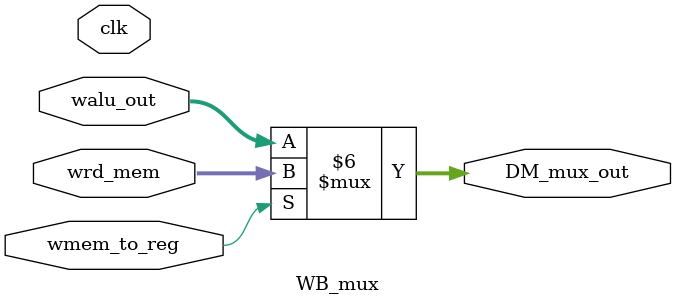
<source format=v>
`timescale 1ns / 1ps
module PC(clk, rst, update, pc);
    input clk;
    input rst;
    input update;
    output reg[31:0] pc;
    
    parameter increment = 32'd4;
    initial begin
        pc = 32'd0;
    end
    always @(posedge clk or posedge rst) begin
        if (rst)begin
            pc <= 0;
        end
        else begin
            pc <= pc + increment; 
        end    
    end
endmodule
/////////////////////////////////////////////////////////////////////////////////Instruction Memory///////////////////////////////////////////////////////////////////////////////
module IM(clk,pc,instr);
	
	input clk;
	input[31:0] pc;
	output reg[31:0] instr;
	
	reg [31:0] memory [0:255];
	
	integer addr;
	
	initial
		begin
		    //                  op      rs    rt       imm               op   rt      sh  rd
			//memory[100] = 32'b100011_00001_00010_0000000000000000;   //lw   $v0,    00($at)   100011_00001_00010_0000000000000000
			//memory[104] = 32'b100011_00001_00010_0000000000000100;   //lw   $v0,    04($at)   100011_00001_00010_0000000000000100
			memory[100] = 32'b100011_00001_00010_0000000000000000;//lw   $2,     00($1)     100011_00001_00010_0000000000000000    # $2 ??memory[$1+00]; load x[0]
 			memory[104] = 32'b100011_00001_00011_0000000000000100;//lw   $3,     04($1)     100011_00001_00011_0000000000000100    # $3 ??memory[$1+04]; load x[1]
 			memory[108] = 32'b100011_00001_00100_0000000000001000;//lw   $4,     08($1)     100011_00001_00100_0000000000000100     # $4??memory[$1+08]; load x[2]
 			memory[112] = 32'b100011_00001_00101_0000000000001100;//lw   $5,     12($1)# $5??memory[$1+12]; load x[3]
 			
 			//                  add     $2    $10    $6         
			memory[116] = 32'b000000_00010_01010_00110_00000_100000;//add  $6,     $2,     $10     
			
			//test codes:
			//memory[108] = 32'b100011_00001_00010_1000000000000100;   //lw $v0, 04($at)   100011_00001_00010_0000000000000100
			//memory[112] = 32'b100011_00011_01010_1100000100000100;   //lw $v0, 04($at)   100011_00001_00010_0000000000000100
			//                  op      rs     rt     rd   shamt   func
 			//memory[116] = 32'b000000_01001_00010_01000_00000_100000;   //add $t0, $t0, $t1   000000_01001_01010_01000_00000_100000

		end
  
	always@(*) begin
		addr = pc;
		instr = memory[addr];
	end
endmodule

/////////////////////////////////////////////////////////////////////////////////IF_ID///////////////////////////////////////////////////////////////////////////////

//IF_ID using registers
//consum one extra clock cycle
module IF_ID(input clk, 
    input [31:0] instr,
    output reg [5:0] op,
    output reg [4:0] rs,
    output reg [4:0] rt,
    output reg [4:0] rd,
    output reg [4:0] sa, 
    output reg [5:0] func,  
    output reg [15:0] imm
    );
    always @(posedge clk)begin
         op <= instr[31:26];
         rs <= instr[25:21];
         rt <= instr[20:16];
         rd <= instr[15:11];
         sa <= instr[10:6];
         func <= instr[5:0];
         imm <= instr [15:0];
   end
endmodule


//IF_ID using wire
/*
module IF_ID(input clk, 
    input [31:0] instr,
    output [5:0] op,
    output [4:0] rs,
    output [4:0] rt,
    output [4:0] rd,
    output [4:0] sa, 
    output [5:0] func,  
    output [15:0] imm
    );
        assign op = instr[31:26];
        assign rs = instr[25:21];
        assign rt = instr[20:16];
        assign rd = instr[15:11];
        assign sa = instr[10:6];
        assign func = instr[5:0];
        assign imm = instr [15:0];

endmodule
*/
/////////////////////////////////////////////////////////////////////////////////Control Unit//////////////////////////////////////////////////////////////////////////////
module CU(clk,op, func, wrt_reg, mem_to_reg, wrt_mem, alu_src, alu_imm, reg_d_t, alu_op, alu_ctrl);    //control unit
    input clk;
    input [5:0]op;
    input [5:0]func;
    
    output reg wrt_reg, mem_to_reg, wrt_mem, alu_src, alu_imm, reg_d_t;
    output reg [1:0] alu_op;
    output reg [3:0] alu_ctrl;
    
    //identify the instruction types:
    assign rtype= (op == 6'b000000)?1:0;    //rtype = 1 if op = 000000  
    assign lw   = (op == 6'b100011)?1:0;    //lw    = 1 if op = 100011
    assign sw   = (op == 6'b101011)?1:0;    //sw    = 1 if op = 101011
    assign beq  = (op == 6'b000100)?1:0;    //beq   = 1 if op = 000100
    assign j    = (op == 6'b000010)?1:0;    //j     = 1 if op = 000010
    
    assign addi = (op == 6'b001000)?1:0;    //addi  = 1 if op = 001000
    assign andi = (op == 6'b001100)?1:0;    //andi  = 1 if op = 001100
    assign ori  = (op == 6'b001101)?1:0;    //ori   = 1 if op = 001101
    assign xori = (op == 6'b001110)?1:0;    //xori  = 1 if op = 001110

    //associate the read and write with control outputs:
    assign alu_imm_w = addi | andi | ori | xori;       //imm if i 
    assign reg_d_t_w = rtype;
    assign wrt_reg_w = rtype|lw;
    assign mem_to_reg_w = lw;
    assign wrt_mem_w = sw;
    assign alu_src_w = sw|lw;
    
    assign add = (func == 6'b100000)?1:0;
    assign sub = (func == 6'b100010)?1:0;
    
    assign alu_add = add | lw |sw;
    assign alu_sub = sub | beq;
    assign alu_and = (func == 6'b100100)?1:0;
    assign alu_or  = (func == 6'b100101)?1:0;
    assign alu_slt = (func == 6'b101010)?1:0;    
    
    always@(*)begin
        
        if(alu_add == 1)begin
            alu_ctrl = 4'b0010;
        end 
        else if(alu_sub == 1)begin
            alu_ctrl = 4'b0110;
        end 
        else if(alu_and == 1)begin
            alu_ctrl = 4'b0000;
        end 
        else if(alu_or == 1)begin
            alu_ctrl = 4'b0001;
        end 
        else if(alu_slt == 1)begin
            alu_ctrl = 4'b0111;
        end
        else begin
            alu_ctrl = 4'bXXXX;
        end
        
        
         
        wrt_reg <= wrt_reg_w;
        mem_to_reg <= mem_to_reg_w;
        wrt_mem <= wrt_mem_w;
        alu_src <= alu_src_w;
        alu_imm <= alu_imm_w;
        reg_d_t <= reg_d_t_w;
        alu_op = {rtype,beq};
        
    end
endmodule    
/////////////////////////////////////////////////////////////////////////////////Write Registeter MUX///////////////////////////////////////////////////////////////////////////////
module wrt_reg_mux(clk, rst, reg_d_t, reg_dst, reg_trgt, wrt_reg_mx);
input clk, rst;
input reg_d_t;
input [4:0]reg_dst; 
input [4:0]reg_trgt;
output reg [4:0] wrt_reg_mx;


always@(*)begin
    if(rst == 0)begin        
        if(reg_d_t == 1)begin
            wrt_reg_mx <= reg_dst;
        end
        else begin
            wrt_reg_mx <= reg_trgt;
        end
    end
    else begin
        wrt_reg_mx <= 5'b00000; 
    end
    
end
endmodule
/////////////////////////////////////////////////////////////////////////////////Register Memory//////////////////////////////////////////////////////////////////////////////
module RM(clk, rst, updt, wrt_reg, addr_a, addr_b, rd_a, rd_b, wrt_addr, wrt_data);
    input clk;
    input rst;
    input updt;
    input wrt_reg;
    
    input [4:0]addr_a;
    input [4:0]addr_b;
    
    input [4:0]wrt_addr;
    input [31:0]wrt_data;
    
    output reg [31:0]rd_a;
    output reg [31:0]rd_b;
    
    reg [31:0]r[1:31]; 
    integer i;
  
    initial begin
        for(i = 0; i < 32; i=i+1)
                    r[i] <= 0;
    end
    
    always @(*)begin
        
        if(rst == 1)begin
            for(i = 0; i < 32; i=i+1)
                    r[i] <= 0;
        end
        
        else if(rst == 0) begin
            if(updt == 1)begin
                if((wrt_reg == 1))begin
                    r[wrt_addr] <= wrt_data;
                end 

                    rd_a <= r[addr_a];
                    rd_b <= r[addr_b];

            end
        end
    end
endmodule

/////////////////////////////////////////////////////////////////////////////////Sign Extend///////////////////////////////////////////////////////////////////////////////
module SE(clk, imm, ex_imm);
input clk;
input [15:0]imm;
output reg [31:0]ex_imm;

always @(*)begin
    ex_imm[15:0] <= imm;
    if(imm[15] == 1)begin
        ex_imm[31:16] <= 16'b1111_1111_1111_1111;
    end
    else if(imm[15] == 0) begin
        ex_imm[31:16] <= 16'b0000_0000_0000_0000;
    end
    
    else  ex_imm[31:16] <= 16'bx;
end
endmodule

/////////////////////////////////////////////////////////////////////////////////ID EX///////////////////////////////////////////////////////////////////////////////
module ID_EX(
    //input 
    clk, rst, 
    wrt_reg, mem_to_reg, wrt_mem, alu_src, alu_imm, reg_d_t, alu_op, alu_ctrl,
    rd_a, rd_b,
    wrt_reg_mx,
    ex_imm,
    
    
    //output
    
    ewrt_reg,
    emem_to_reg, ewrt_mem, ealu_src, ealu_imm, ereg_d_t, ealu_op, ealu_ctrl,
    erd_a, erd_b,
    ewrt_reg_mx,
    eex_imm
    );
    input clk, rst;
   
    
    //input from control unit
    input wrt_reg, mem_to_reg, wrt_mem, alu_src, alu_imm, reg_d_t; 
    input[1:0]alu_op; 
    input [3:0] alu_ctrl;
    
    //input from regester memory
    input [31:0]rd_a, rd_b;
    
    //input from write register mux
    input [4:0]wrt_reg_mx;
    
    //input from sign extend
    input [31:0]ex_imm;
    
    
    //output
   
    output reg ewrt_reg,    //write register
            emem_to_reg,     //memory to register
            ewrt_mem,        //write memory
            ealu_src,        //
            ealu_imm,        //alu immediate
            ereg_d_t;        //register rd or rt
    output reg [1:0] ealu_op; 
    output reg [3:0] ealu_ctrl;
    output reg [31:0]erd_a, erd_b;  //register memory out out
    output reg [4:0] ewrt_reg_mx;   //write register memory mux
    output reg [31:0]eex_imm;       //extended immediate
    
    always @(posedge clk or posedge rst)begin
        if(rst == 0)begin
            ewrt_reg <= wrt_reg;
            emem_to_reg <= mem_to_reg;
            ewrt_mem <= wrt_mem;
            ealu_src <= alu_src;
            ealu_imm <= alu_imm;
            ereg_d_t <= reg_d_t;
            ealu_op <= alu_op;
            ealu_ctrl <= alu_ctrl;
            erd_a <= rd_a;
            erd_b <= rd_b;
            ewrt_reg_mx <= wrt_reg_mx;
            eex_imm <= ex_imm;
        end
        else if(rst == 1) begin
            ewrt_reg <= 'b0;
            emem_to_reg <= 'b0;
            ewrt_mem <= 'b0;
            ealu_src <= 'b0;
            ealu_imm <= 'b0;
            ereg_d_t <= 'b0;
            ealu_op <= 'b0;
            ealu_ctrl <= 'b0;
            erd_a <= 'b0;
            erd_b <= 'b0;
            ewrt_reg_mx <= 'b0;
            eex_imm <= 'b0;
        
        end 
    end
    
endmodule 

/////////////////////////////////////////////////////////////////////////////////EX mux///////////////////////////////////////////////////////////////////////////////

module EX_mux(clk, rst, ealu_src, eex_imm, erd_b, ex_mux_out);
input clk, rst;
input ealu_src;
input [31:0]eex_imm;
input [31:0]erd_b;

output reg [31:0] ex_mux_out;

    always@* begin
        ex_mux_out <=(ealu_src == 1)? eex_imm : erd_b;
    end
endmodule

/////////////////////////////////////////////////////////////////////////////////ALU///////////////////////////////////////////////////////////////////////////////

module ALU(clk, rst, erd_a, ex_mux_out, ealu_ctrl, ealu_op, alu_out);

    input clk, rst;
    input [31:0] erd_a, ex_mux_out;
    input [3:0] ealu_ctrl;
    input [1:0] ealu_op;
    
    output reg [31:0] alu_out;
    
    always@* begin

        case(ealu_ctrl)                                 //use case
            4'b0000: alu_out <= erd_a & ex_mux_out;
            4'b0001: alu_out <= erd_a | ex_mux_out;
            4'b0010: alu_out <= erd_a + ex_mux_out;
            4'b0110: alu_out <= erd_a - ex_mux_out;
            4'b0111: alu_out <= erd_a < ex_mux_out;
            4'b1100: alu_out <= erd_a ~^ ex_mux_out;
            default: alu_out <= 'bx;
        endcase
    end   
endmodule

/////////////////////////////////////////////////////////////////////////////////EXE to Memory//////////////////////////////////////////////////////////////////////////////

module EXE_mem(clk,
                emem_to_reg, ewrt_mem, ewrt_reg_mx, alu_out, erd_b, ewrt_reg, 
                mmem_to_reg, mwrt_mem, mwrt_reg_mx, malu_out, mrd_b, mwrt_reg);
                
    input clk, emem_to_reg, ewrt_mem, ewrt_reg;
    input [4:0]ewrt_reg_mx;
    input [31:0] alu_out, erd_b;
    
    output reg mmem_to_reg, mwrt_mem, mwrt_reg;
    output reg [4:0]mwrt_reg_mx;
    output reg [31:0] malu_out, mrd_b;

    always@(posedge clk)begin
        mmem_to_reg <= emem_to_reg;
        mwrt_mem <= ewrt_mem;
        mwrt_reg_mx <= ewrt_reg_mx;
        malu_out <= alu_out;
        mrd_b <= erd_b;
        mwrt_reg <= ewrt_reg;
    end

endmodule




/////////////////////////////////////////////////////////////////////////////////Data Memory//////////////////////////////////////////////////////////////////////////////

module DM(clk, mwrt_mem, malu_out, mrd_b, rd_mem);
    input clk, mwrt_mem;
    input [31:0]mrd_b, malu_out;
    output reg [31:0] rd_mem;
    reg [31:0] mem_data [0:64];
    
    wire [31:0] mem_addr = malu_out;
    wire [31:0] mem_wrt_data = mrd_b;
    integer i;
    initial begin
                                                                                    //set as zero
        for(i = 40; i < 64; i=i+4)
            mem_data[i] <= 0;
        
        mem_data[0]   = 32'hA00000AA; 
        mem_data[4]   = 32'h10000011; 
		mem_data[8]   = 32'h20000022; 
		mem_data[12]  = 32'h30000033; 
		mem_data[16]  = 32'h40000044; 
		mem_data[20]  = 32'h50000055; 
		mem_data[24]  = 32'h60000066; 
		mem_data[28]  = 32'h70000077; 
		mem_data[32]  = 32'h80000088; 
		mem_data[36]  = 32'h90000099; 
	end
	always @(*)begin
	
	   rd_mem <= mem_data[mem_addr];
	   
	   if(mwrt_mem == 1'd1)begin
	       mem_data[mem_addr] = mrd_b;
	   end
	end
endmodule



/////////////////////////////////////////////////////////////////////////////////MEM WB//////////////////////////////////////////////////////////////////////////////

module MEM_WB(clk,                                                              //pass values with clock
                mmem_to_reg, malu_out, rd_mem, mwrt_reg, mwrt_reg_mx,
               wmem_to_reg, walu_out, wrd_mem, wwrt_reg, wwrt_reg_mx);
    
    input clk, mmem_to_reg, mwrt_reg;
    input [4:0] mwrt_reg_mx;
    input [31:0]malu_out;
    input [31:0] rd_mem;
    
    output reg wmem_to_reg, wwrt_reg;
    output reg [31:0] walu_out;
    output reg [31:0] wrd_mem;
    output reg [4:0]  wwrt_reg_mx;
       
    always@(posedge clk)begin
        wmem_to_reg <= mmem_to_reg;
        wrd_mem <= rd_mem;
        walu_out <= malu_out;
        wwrt_reg <= mwrt_reg;
        wwrt_reg_mx <= mwrt_reg_mx;
    end
endmodule

/////////////////////////////////////////////////////////////////////////////////Data Memory Mux//////////////////////////////////////////////////////////////////////////////

module WB_mux(clk,wmem_to_reg, walu_out, wrd_mem, DM_mux_out);  //last mux
    input clk, wmem_to_reg;
    input [31:0]walu_out, wrd_mem;
    output reg [31:0]DM_mux_out;         //this give the data to write in the register memory
    always @* begin
        
        DM_mux_out <=(wmem_to_reg == 1'b1)? wrd_mem : walu_out;
        
        /*
        if(wmem_to_reg == 1'b1)begin
            DM_mux_out <= wrd_mem;
        end
        else if (wmem_to_reg == 1'b0)begin
            DM_mux_out <= walu_out;
        end
        else
            DM_mux_out <= 32'bX;   
        */
    end
endmodule






</source>
